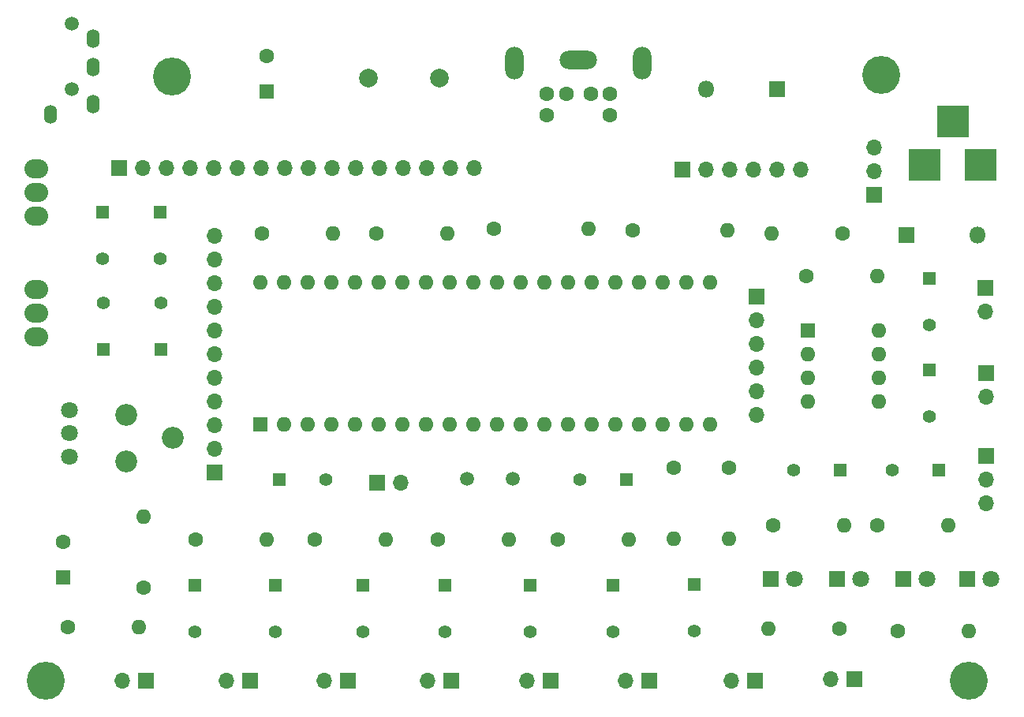
<source format=gbr>
G04 #@! TF.FileFunction,Soldermask,Bot*
%FSLAX46Y46*%
G04 Gerber Fmt 4.6, Leading zero omitted, Abs format (unit mm)*
G04 Created by KiCad (PCBNEW 4.0.5+dfsg1-4) date Sat Jul  7 08:12:10 2018*
%MOMM*%
%LPD*%
G01*
G04 APERTURE LIST*
%ADD10C,0.100000*%
%ADD11O,2.000000X3.500000*%
%ADD12C,1.600000*%
%ADD13O,4.000000X2.000000*%
%ADD14C,4.064000*%
%ADD15C,2.000000*%
%ADD16R,1.400000X1.400000*%
%ADD17C,1.400000*%
%ADD18R,1.800000X1.800000*%
%ADD19C,1.800000*%
%ADD20R,1.600000X1.600000*%
%ADD21O,1.600000X1.600000*%
%ADD22C,1.500000*%
%ADD23R,1.700000X1.700000*%
%ADD24O,1.700000X1.700000*%
%ADD25O,1.800000X1.800000*%
%ADD26O,2.540000X2.032000*%
%ADD27O,1.400000X2.000000*%
%ADD28C,2.340000*%
%ADD29R,3.500000X3.500000*%
G04 APERTURE END LIST*
D10*
D11*
X169440000Y-61666000D03*
X155740000Y-61666000D03*
D12*
X161290000Y-65016000D03*
X163890000Y-65016000D03*
X159190000Y-65016000D03*
X165990000Y-65016000D03*
X159190000Y-67316000D03*
X165990000Y-67316000D03*
D13*
X162590000Y-61366000D03*
D14*
X195072000Y-62992000D03*
X118936000Y-63119000D03*
X105410000Y-128016000D03*
D15*
X147627840Y-63309500D03*
X140028160Y-63309500D03*
D16*
X117792000Y-92456000D03*
D17*
X117792000Y-87456000D03*
D16*
X201295000Y-105346000D03*
D17*
X196295000Y-105346000D03*
D16*
X190690000Y-105346000D03*
D17*
X185690000Y-105346000D03*
D16*
X200279000Y-84836000D03*
D17*
X200279000Y-89836000D03*
D16*
X200279000Y-94615000D03*
D17*
X200279000Y-99615000D03*
D16*
X121412000Y-117729000D03*
D17*
X121412000Y-122729000D03*
D16*
X130048000Y-117729000D03*
D17*
X130048000Y-122729000D03*
D16*
X139446000Y-117729000D03*
D17*
X139446000Y-122729000D03*
D16*
X148272000Y-117729000D03*
D17*
X148272000Y-122729000D03*
D16*
X167767000Y-106426000D03*
D17*
X162767000Y-106426000D03*
D16*
X130492000Y-106426000D03*
D17*
X135492000Y-106426000D03*
D16*
X117729000Y-77660500D03*
D17*
X117729000Y-82660500D03*
D18*
X190373000Y-117094000D03*
D19*
X192913000Y-117094000D03*
D18*
X197485000Y-117094000D03*
D19*
X200025000Y-117094000D03*
D18*
X204343000Y-117094000D03*
D19*
X206883000Y-117094000D03*
D20*
X128460000Y-100457000D03*
D21*
X176720000Y-85217000D03*
X131000000Y-100457000D03*
X174180000Y-85217000D03*
X133540000Y-100457000D03*
X171640000Y-85217000D03*
X136080000Y-100457000D03*
X169100000Y-85217000D03*
X138620000Y-100457000D03*
X166560000Y-85217000D03*
X141160000Y-100457000D03*
X164020000Y-85217000D03*
X143700000Y-100457000D03*
X161480000Y-85217000D03*
X146240000Y-100457000D03*
X158940000Y-85217000D03*
X148780000Y-100457000D03*
X156400000Y-85217000D03*
X151320000Y-100457000D03*
X153860000Y-85217000D03*
X153860000Y-100457000D03*
X151320000Y-85217000D03*
X156400000Y-100457000D03*
X148780000Y-85217000D03*
X158940000Y-100457000D03*
X146240000Y-85217000D03*
X161480000Y-100457000D03*
X143700000Y-85217000D03*
X164020000Y-100457000D03*
X141160000Y-85217000D03*
X166560000Y-100457000D03*
X138620000Y-85217000D03*
X169100000Y-100457000D03*
X136080000Y-85217000D03*
X171640000Y-100457000D03*
X133540000Y-85217000D03*
X174180000Y-100457000D03*
X131000000Y-85217000D03*
X176720000Y-100457000D03*
X128460000Y-85217000D03*
D20*
X187198000Y-90424000D03*
D21*
X194818000Y-98044000D03*
X187198000Y-92964000D03*
X194818000Y-95504000D03*
X187198000Y-95504000D03*
X194818000Y-92964000D03*
X187198000Y-98044000D03*
X194818000Y-90424000D03*
D12*
X168402000Y-79629000D03*
D21*
X178562000Y-79629000D03*
D12*
X153543000Y-79502000D03*
D21*
X163703000Y-79502000D03*
D12*
X107823000Y-122238000D03*
D21*
X115443000Y-122238000D03*
D12*
X115951000Y-117983000D03*
D21*
X115951000Y-110363000D03*
D12*
X121476000Y-112840000D03*
D21*
X129096000Y-112840000D03*
D12*
X134302000Y-112840000D03*
D21*
X141922000Y-112840000D03*
D12*
X147510000Y-112840000D03*
D21*
X155130000Y-112840000D03*
D12*
X194691000Y-111316000D03*
D21*
X202311000Y-111316000D03*
D12*
X190627000Y-122428000D03*
D21*
X183007000Y-122428000D03*
D12*
X196850000Y-122682000D03*
D21*
X204470000Y-122682000D03*
D12*
X183515000Y-111316000D03*
D21*
X191135000Y-111316000D03*
D12*
X190944000Y-79946500D03*
D21*
X183324000Y-79946500D03*
D12*
X187071000Y-84518500D03*
D21*
X194691000Y-84518500D03*
D12*
X128651000Y-80010000D03*
D21*
X136271000Y-80010000D03*
D12*
X140906000Y-79946500D03*
D21*
X148526000Y-79946500D03*
D22*
X155512000Y-106299000D03*
X150632000Y-106299000D03*
D23*
X116205000Y-127952000D03*
D24*
X113665000Y-127952000D03*
D23*
X127318000Y-127952000D03*
D24*
X124778000Y-127952000D03*
D23*
X137858000Y-127952000D03*
D24*
X135318000Y-127952000D03*
D23*
X148908000Y-127952000D03*
D24*
X146368000Y-127952000D03*
D23*
X159639000Y-127952000D03*
D24*
X157099000Y-127952000D03*
D23*
X206248000Y-85788500D03*
D24*
X206248000Y-88328500D03*
D23*
X206312000Y-94996000D03*
D24*
X206312000Y-97536000D03*
D23*
X206375000Y-103886000D03*
D24*
X206375000Y-106426000D03*
X206375000Y-108966000D03*
D18*
X183896000Y-64516000D03*
D25*
X176276000Y-64516000D03*
D18*
X197802000Y-80137000D03*
D25*
X205422000Y-80137000D03*
D23*
X173736000Y-73152000D03*
D24*
X176276000Y-73152000D03*
X178816000Y-73152000D03*
X181356000Y-73152000D03*
X183896000Y-73152000D03*
X186436000Y-73152000D03*
D23*
X140970000Y-106744000D03*
D24*
X143510000Y-106744000D03*
D14*
X204470000Y-128016000D03*
D26*
X104394000Y-75565000D03*
X104394000Y-78105000D03*
X104394000Y-73025000D03*
D27*
X105904000Y-67180000D03*
X110504000Y-66080000D03*
X110504000Y-62080000D03*
X110504000Y-59080000D03*
D22*
X108204000Y-57480000D03*
X108204000Y-64480000D03*
D19*
X107950000Y-103933000D03*
X107950000Y-101433000D03*
X107950000Y-98933000D03*
D28*
X114046000Y-104441000D03*
X119046000Y-101941000D03*
X114046000Y-99441000D03*
D16*
X111506000Y-77660500D03*
D17*
X111506000Y-82660500D03*
D23*
X113284000Y-72961500D03*
D24*
X115824000Y-72961500D03*
X118364000Y-72961500D03*
X120904000Y-72961500D03*
X123444000Y-72961500D03*
X125984000Y-72961500D03*
X128524000Y-72961500D03*
X131064000Y-72961500D03*
X133604000Y-72961500D03*
X136144000Y-72961500D03*
X138684000Y-72961500D03*
X141224000Y-72961500D03*
X143764000Y-72961500D03*
X146304000Y-72961500D03*
X148844000Y-72961500D03*
X151384000Y-72961500D03*
D23*
X181674000Y-86741000D03*
D24*
X181674000Y-89281000D03*
X181674000Y-91821000D03*
X181674000Y-94361000D03*
X181674000Y-96901000D03*
X181674000Y-99441000D03*
D16*
X111570000Y-92456000D03*
D17*
X111570000Y-87456000D03*
D23*
X123571000Y-105600000D03*
D24*
X123571000Y-103060000D03*
X123571000Y-100520000D03*
X123571000Y-97980000D03*
X123571000Y-95440000D03*
X123571000Y-92900000D03*
X123571000Y-90360000D03*
X123571000Y-87820000D03*
X123571000Y-85280000D03*
X123571000Y-82740000D03*
X123571000Y-80200000D03*
D23*
X194310000Y-75819000D03*
D24*
X194310000Y-73279000D03*
X194310000Y-70739000D03*
D26*
X104394000Y-88519000D03*
X104394000Y-91059000D03*
X104394000Y-85979000D03*
D29*
X199771000Y-72644000D03*
X205771000Y-72644000D03*
X202771000Y-67944000D03*
D20*
X129159000Y-64770000D03*
D12*
X129159000Y-60970000D03*
D20*
X107315000Y-116904000D03*
D12*
X107315000Y-113104000D03*
D16*
X157416000Y-117729000D03*
D17*
X157416000Y-122729000D03*
D16*
X166306000Y-117729000D03*
D17*
X166306000Y-122729000D03*
D16*
X175006000Y-117666000D03*
D17*
X175006000Y-122666000D03*
D18*
X183198000Y-117094000D03*
D19*
X185738000Y-117094000D03*
D12*
X172847000Y-105092000D03*
D21*
X172847000Y-112712000D03*
D12*
X160401000Y-112840000D03*
D21*
X168021000Y-112840000D03*
D12*
X178752000Y-105156000D03*
D21*
X178752000Y-112776000D03*
D23*
X170180000Y-127952000D03*
D24*
X167640000Y-127952000D03*
D23*
X181546000Y-128016000D03*
D24*
X179006000Y-128016000D03*
D23*
X192214000Y-127826000D03*
D24*
X189674000Y-127826000D03*
M02*

</source>
